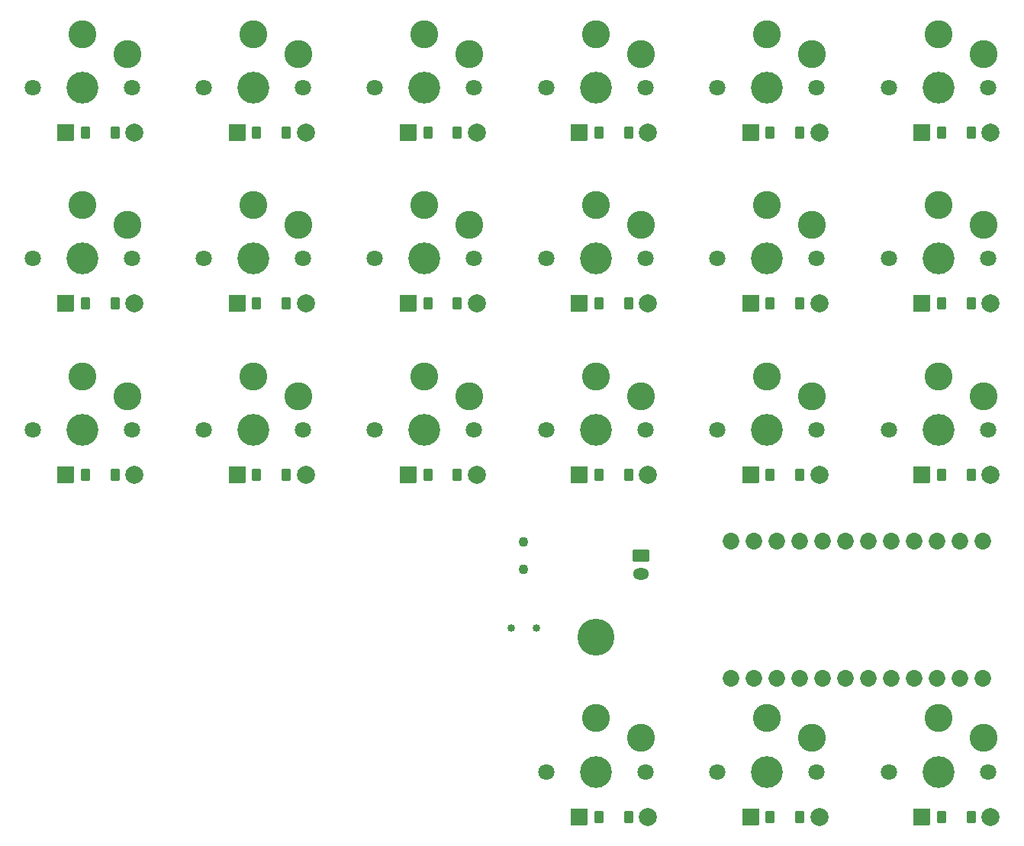
<source format=gbr>
%TF.GenerationSoftware,KiCad,Pcbnew,9.0.4*%
%TF.CreationDate,2025-09-30T09:24:18+02:00*%
%TF.ProjectId,left-finished,6c656674-2d66-4696-9e69-736865642e6b,v1.0.0*%
%TF.SameCoordinates,Original*%
%TF.FileFunction,Soldermask,Top*%
%TF.FilePolarity,Negative*%
%FSLAX46Y46*%
G04 Gerber Fmt 4.6, Leading zero omitted, Abs format (unit mm)*
G04 Created by KiCad (PCBNEW 9.0.4) date 2025-09-30 09:24:18*
%MOMM*%
%LPD*%
G01*
G04 APERTURE LIST*
G04 Aperture macros list*
%AMRoundRect*
0 Rectangle with rounded corners*
0 $1 Rounding radius*
0 $2 $3 $4 $5 $6 $7 $8 $9 X,Y pos of 4 corners*
0 Add a 4 corners polygon primitive as box body*
4,1,4,$2,$3,$4,$5,$6,$7,$8,$9,$2,$3,0*
0 Add four circle primitives for the rounded corners*
1,1,$1+$1,$2,$3*
1,1,$1+$1,$4,$5*
1,1,$1+$1,$6,$7*
1,1,$1+$1,$8,$9*
0 Add four rect primitives between the rounded corners*
20,1,$1+$1,$2,$3,$4,$5,0*
20,1,$1+$1,$4,$5,$6,$7,0*
20,1,$1+$1,$6,$7,$8,$9,0*
20,1,$1+$1,$8,$9,$2,$3,0*%
G04 Aperture macros list end*
%ADD10C,1.100000*%
%ADD11C,1.801800*%
%ADD12C,3.100000*%
%ADD13C,3.529000*%
%ADD14RoundRect,0.050000X-0.889000X-0.889000X0.889000X-0.889000X0.889000X0.889000X-0.889000X0.889000X0*%
%ADD15RoundRect,0.050000X-0.450000X-0.600000X0.450000X-0.600000X0.450000X0.600000X-0.450000X0.600000X0*%
%ADD16C,2.005000*%
%ADD17C,0.850000*%
%ADD18C,4.100000*%
%ADD19RoundRect,0.050000X-0.850000X0.600000X-0.850000X-0.600000X0.850000X-0.600000X0.850000X0.600000X0*%
%ADD20O,1.800000X1.300000*%
%ADD21C,1.852600*%
G04 APERTURE END LIST*
D10*
%TO.C,T1*%
X149000000Y-127500000D03*
X149000000Y-124500000D03*
%TD*%
D11*
%TO.C,S17*%
X170500000Y-74000000D03*
D12*
X176000000Y-68050000D03*
D13*
X176000000Y-74000000D03*
D12*
X181000000Y-70250000D03*
D11*
X181500000Y-74000000D03*
%TD*%
D14*
%TO.C,D1*%
X98190000Y-117000000D03*
D15*
X100350000Y-117000000D03*
X103650000Y-117000000D03*
D16*
X105810000Y-117000000D03*
%TD*%
D14*
%TO.C,D20*%
X193190000Y-98000000D03*
D15*
X195350000Y-98000000D03*
X198650000Y-98000000D03*
D16*
X200810000Y-98000000D03*
%TD*%
D11*
%TO.C,S6*%
X113500000Y-74000000D03*
D12*
X119000000Y-68050000D03*
D13*
X119000000Y-74000000D03*
D12*
X124000000Y-70250000D03*
D11*
X124500000Y-74000000D03*
%TD*%
%TO.C,S18*%
X189500000Y-150000000D03*
D12*
X195000000Y-144050000D03*
D13*
X195000000Y-150000000D03*
D12*
X200000000Y-146250000D03*
D11*
X200500000Y-150000000D03*
%TD*%
%TO.C,S1*%
X94500000Y-112000000D03*
D12*
X100000000Y-106050000D03*
D13*
X100000000Y-112000000D03*
D12*
X105000000Y-108250000D03*
D11*
X105500000Y-112000000D03*
%TD*%
D14*
%TO.C,D19*%
X193190000Y-117000000D03*
D15*
X195350000Y-117000000D03*
X198650000Y-117000000D03*
D16*
X200810000Y-117000000D03*
%TD*%
D11*
%TO.C,S16*%
X170500000Y-93000000D03*
D12*
X176000000Y-87050000D03*
D13*
X176000000Y-93000000D03*
D12*
X181000000Y-89250000D03*
D11*
X181500000Y-93000000D03*
%TD*%
D17*
%TO.C,B1*%
X147625000Y-134000000D03*
X150375000Y-134000000D03*
%TD*%
D11*
%TO.C,S12*%
X151500000Y-93000000D03*
D12*
X157000000Y-87050000D03*
D13*
X157000000Y-93000000D03*
D12*
X162000000Y-89250000D03*
D11*
X162500000Y-93000000D03*
%TD*%
D14*
%TO.C,D3*%
X98190000Y-79000000D03*
D15*
X100350000Y-79000000D03*
X103650000Y-79000000D03*
D16*
X105810000Y-79000000D03*
%TD*%
D18*
%TO.C,*%
X157000000Y-135000000D03*
%TD*%
D14*
%TO.C,D2*%
X98190000Y-98000000D03*
D15*
X100350000Y-98000000D03*
X103650000Y-98000000D03*
D16*
X105810000Y-98000000D03*
%TD*%
D14*
%TO.C,D9*%
X136190000Y-79000000D03*
D15*
X138350000Y-79000000D03*
X141650000Y-79000000D03*
D16*
X143810000Y-79000000D03*
%TD*%
D14*
%TO.C,D10*%
X155190000Y-155000000D03*
D15*
X157350000Y-155000000D03*
X160650000Y-155000000D03*
D16*
X162810000Y-155000000D03*
%TD*%
D14*
%TO.C,D7*%
X136190000Y-117000000D03*
D15*
X138350000Y-117000000D03*
X141650000Y-117000000D03*
D16*
X143810000Y-117000000D03*
%TD*%
D11*
%TO.C,S7*%
X132500000Y-112000000D03*
D12*
X138000000Y-106050000D03*
D13*
X138000000Y-112000000D03*
D12*
X143000000Y-108250000D03*
D11*
X143500000Y-112000000D03*
%TD*%
D14*
%TO.C,D4*%
X117190000Y-117000000D03*
D15*
X119350000Y-117000000D03*
X122650000Y-117000000D03*
D16*
X124810000Y-117000000D03*
%TD*%
D14*
%TO.C,D13*%
X155190000Y-79000000D03*
D15*
X157350000Y-79000000D03*
X160650000Y-79000000D03*
D16*
X162810000Y-79000000D03*
%TD*%
D14*
%TO.C,D16*%
X174190000Y-98000000D03*
D15*
X176350000Y-98000000D03*
X179650000Y-98000000D03*
D16*
X181810000Y-98000000D03*
%TD*%
D19*
%TO.C,JST1*%
X162000000Y-126000000D03*
D20*
X162000000Y-128000000D03*
%TD*%
D14*
%TO.C,D21*%
X193190000Y-79000000D03*
D15*
X195350000Y-79000000D03*
X198650000Y-79000000D03*
D16*
X200810000Y-79000000D03*
%TD*%
D14*
%TO.C,D11*%
X155190000Y-117000000D03*
D15*
X157350000Y-117000000D03*
X160650000Y-117000000D03*
D16*
X162810000Y-117000000D03*
%TD*%
D14*
%TO.C,D8*%
X136190000Y-98000000D03*
D15*
X138350000Y-98000000D03*
X141650000Y-98000000D03*
D16*
X143810000Y-98000000D03*
%TD*%
D11*
%TO.C,S2*%
X94500000Y-93000000D03*
D12*
X100000000Y-87050000D03*
D13*
X100000000Y-93000000D03*
D12*
X105000000Y-89250000D03*
D11*
X105500000Y-93000000D03*
%TD*%
%TO.C,S15*%
X170500000Y-112000000D03*
D12*
X176000000Y-106050000D03*
D13*
X176000000Y-112000000D03*
D12*
X181000000Y-108250000D03*
D11*
X181500000Y-112000000D03*
%TD*%
%TO.C,S3*%
X94500000Y-74000000D03*
D12*
X100000000Y-68050000D03*
D13*
X100000000Y-74000000D03*
D12*
X105000000Y-70250000D03*
D11*
X105500000Y-74000000D03*
%TD*%
D14*
%TO.C,D18*%
X193190000Y-155000000D03*
D15*
X195350000Y-155000000D03*
X198650000Y-155000000D03*
D16*
X200810000Y-155000000D03*
%TD*%
D11*
%TO.C,S9*%
X132500000Y-74000000D03*
D12*
X138000000Y-68050000D03*
D13*
X138000000Y-74000000D03*
D12*
X143000000Y-70250000D03*
D11*
X143500000Y-74000000D03*
%TD*%
D14*
%TO.C,D17*%
X174190000Y-79000000D03*
D15*
X176350000Y-79000000D03*
X179650000Y-79000000D03*
D16*
X181810000Y-79000000D03*
%TD*%
D14*
%TO.C,D15*%
X174190000Y-117000000D03*
D15*
X176350000Y-117000000D03*
X179650000Y-117000000D03*
D16*
X181810000Y-117000000D03*
%TD*%
D14*
%TO.C,D5*%
X117190000Y-98000000D03*
D15*
X119350000Y-98000000D03*
X122650000Y-98000000D03*
D16*
X124810000Y-98000000D03*
%TD*%
D11*
%TO.C,S8*%
X132500000Y-93000000D03*
D12*
X138000000Y-87050000D03*
D13*
X138000000Y-93000000D03*
D12*
X143000000Y-89250000D03*
D11*
X143500000Y-93000000D03*
%TD*%
%TO.C,S10*%
X151500000Y-150000000D03*
D12*
X157000000Y-144050000D03*
D13*
X157000000Y-150000000D03*
D12*
X162000000Y-146250000D03*
D11*
X162500000Y-150000000D03*
%TD*%
D14*
%TO.C,D14*%
X174190000Y-155000000D03*
D15*
X176350000Y-155000000D03*
X179650000Y-155000000D03*
D16*
X181810000Y-155000000D03*
%TD*%
D11*
%TO.C,S4*%
X113500000Y-112000000D03*
D12*
X119000000Y-106050000D03*
D13*
X119000000Y-112000000D03*
D12*
X124000000Y-108250000D03*
D11*
X124500000Y-112000000D03*
%TD*%
D21*
%TO.C,MCU1*%
X199970000Y-124380000D03*
X197430000Y-124380000D03*
X194890000Y-124380000D03*
X192350000Y-124380000D03*
X189810000Y-124380000D03*
X187270000Y-124380000D03*
X184730000Y-124380000D03*
X182190000Y-124380000D03*
X179650000Y-124380000D03*
X177110000Y-124380000D03*
X174570000Y-124380000D03*
X172030000Y-124380000D03*
X172030000Y-139620000D03*
X174570000Y-139620000D03*
X177110000Y-139620000D03*
X179650000Y-139620000D03*
X182190000Y-139620000D03*
X184730000Y-139620000D03*
X187270000Y-139620000D03*
X189810000Y-139620000D03*
X192350000Y-139620000D03*
X194890000Y-139620000D03*
X197430000Y-139620000D03*
X199970000Y-139620000D03*
%TD*%
D11*
%TO.C,S13*%
X151500000Y-74000000D03*
D12*
X157000000Y-68050000D03*
D13*
X157000000Y-74000000D03*
D12*
X162000000Y-70250000D03*
D11*
X162500000Y-74000000D03*
%TD*%
D14*
%TO.C,D6*%
X117190000Y-79000000D03*
D15*
X119350000Y-79000000D03*
X122650000Y-79000000D03*
D16*
X124810000Y-79000000D03*
%TD*%
D11*
%TO.C,S21*%
X189500000Y-74000000D03*
D12*
X195000000Y-68050000D03*
D13*
X195000000Y-74000000D03*
D12*
X200000000Y-70250000D03*
D11*
X200500000Y-74000000D03*
%TD*%
%TO.C,S20*%
X189500000Y-93000000D03*
D12*
X195000000Y-87050000D03*
D13*
X195000000Y-93000000D03*
D12*
X200000000Y-89250000D03*
D11*
X200500000Y-93000000D03*
%TD*%
D14*
%TO.C,D12*%
X155190000Y-98000000D03*
D15*
X157350000Y-98000000D03*
X160650000Y-98000000D03*
D16*
X162810000Y-98000000D03*
%TD*%
D11*
%TO.C,S14*%
X170500000Y-150000000D03*
D12*
X176000000Y-144050000D03*
D13*
X176000000Y-150000000D03*
D12*
X181000000Y-146250000D03*
D11*
X181500000Y-150000000D03*
%TD*%
%TO.C,S11*%
X151500000Y-112000000D03*
D12*
X157000000Y-106050000D03*
D13*
X157000000Y-112000000D03*
D12*
X162000000Y-108250000D03*
D11*
X162500000Y-112000000D03*
%TD*%
%TO.C,S19*%
X189500000Y-112000000D03*
D12*
X195000000Y-106050000D03*
D13*
X195000000Y-112000000D03*
D12*
X200000000Y-108250000D03*
D11*
X200500000Y-112000000D03*
%TD*%
%TO.C,S5*%
X113500000Y-93000000D03*
D12*
X119000000Y-87050000D03*
D13*
X119000000Y-93000000D03*
D12*
X124000000Y-89250000D03*
D11*
X124500000Y-93000000D03*
%TD*%
M02*

</source>
